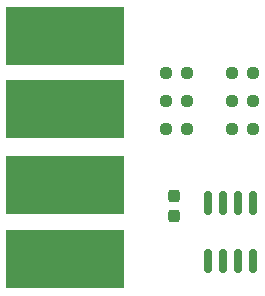
<source format=gbr>
%TF.GenerationSoftware,KiCad,Pcbnew,7.0.9-7.0.9~ubuntu23.04.1*%
%TF.CreationDate,2023-12-02T21:47:43+01:00*%
%TF.ProjectId,cell-temperature-sensor,63656c6c-2d74-4656-9d70-657261747572,rev?*%
%TF.SameCoordinates,Original*%
%TF.FileFunction,Paste,Top*%
%TF.FilePolarity,Positive*%
%FSLAX46Y46*%
G04 Gerber Fmt 4.6, Leading zero omitted, Abs format (unit mm)*
G04 Created by KiCad (PCBNEW 7.0.9-7.0.9~ubuntu23.04.1) date 2023-12-02 21:47:43*
%MOMM*%
%LPD*%
G01*
G04 APERTURE LIST*
G04 Aperture macros list*
%AMRoundRect*
0 Rectangle with rounded corners*
0 $1 Rounding radius*
0 $2 $3 $4 $5 $6 $7 $8 $9 X,Y pos of 4 corners*
0 Add a 4 corners polygon primitive as box body*
4,1,4,$2,$3,$4,$5,$6,$7,$8,$9,$2,$3,0*
0 Add four circle primitives for the rounded corners*
1,1,$1+$1,$2,$3*
1,1,$1+$1,$4,$5*
1,1,$1+$1,$6,$7*
1,1,$1+$1,$8,$9*
0 Add four rect primitives between the rounded corners*
20,1,$1+$1,$2,$3,$4,$5,0*
20,1,$1+$1,$4,$5,$6,$7,0*
20,1,$1+$1,$6,$7,$8,$9,0*
20,1,$1+$1,$8,$9,$2,$3,0*%
G04 Aperture macros list end*
%ADD10R,10.000000X5.000000*%
%ADD11RoundRect,0.237500X-0.250000X-0.237500X0.250000X-0.237500X0.250000X0.237500X-0.250000X0.237500X0*%
%ADD12RoundRect,0.237500X-0.237500X0.300000X-0.237500X-0.300000X0.237500X-0.300000X0.237500X0.300000X0*%
%ADD13RoundRect,0.150000X0.150000X-0.825000X0.150000X0.825000X-0.150000X0.825000X-0.150000X-0.825000X0*%
G04 APERTURE END LIST*
D10*
%TO.C,J1*%
X30600000Y-28100000D03*
%TD*%
D11*
%TO.C,R5*%
X39087500Y-36000000D03*
X40912500Y-36000000D03*
%TD*%
D10*
%TO.C,J3*%
X30600000Y-40700000D03*
%TD*%
%TO.C,J4*%
X30600000Y-47000000D03*
%TD*%
D11*
%TO.C,R1*%
X39087500Y-31200000D03*
X40912500Y-31200000D03*
%TD*%
%TO.C,R2*%
X44687500Y-31200000D03*
X46512500Y-31200000D03*
%TD*%
%TO.C,R6*%
X44687500Y-36000000D03*
X46512500Y-36000000D03*
%TD*%
%TO.C,R4*%
X44687500Y-33600000D03*
X46512500Y-33600000D03*
%TD*%
D12*
%TO.C,C1*%
X39800000Y-41637500D03*
X39800000Y-43362500D03*
%TD*%
D10*
%TO.C,J2*%
X30600000Y-34300000D03*
%TD*%
D11*
%TO.C,R3*%
X39087500Y-33600000D03*
X40912500Y-33600000D03*
%TD*%
D13*
%TO.C,U1*%
X42695000Y-47145000D03*
X43965000Y-47145000D03*
X45235000Y-47145000D03*
X46505000Y-47145000D03*
X46505000Y-42195000D03*
X45235000Y-42195000D03*
X43965000Y-42195000D03*
X42695000Y-42195000D03*
%TD*%
M02*

</source>
